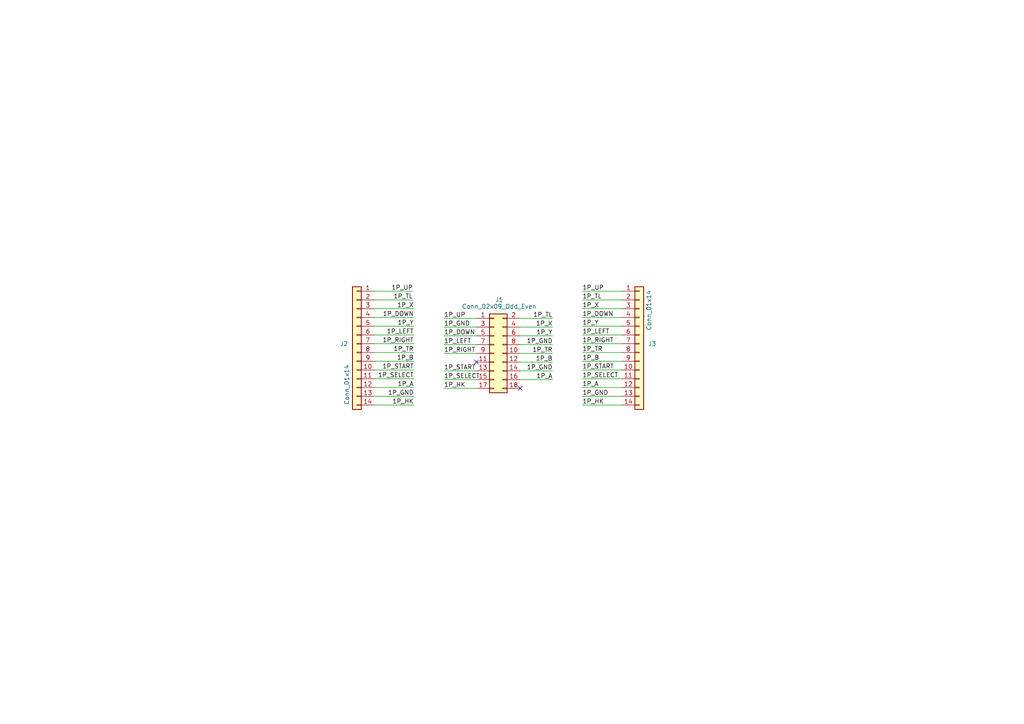
<source format=kicad_sch>
(kicad_sch (version 20230121) (generator eeschema)

  (uuid fa38296e-cdcc-4309-9d50-3ec5b62681ed)

  (paper "A4")

  (title_block
    (title "Raspberry Pie GPIO Input Module (1P Part)")
    (date "2023-04-02")
    (rev "2")
    (company "Amos Home")
  )

  (lib_symbols
    (symbol "Connector_Generic:Conn_01x14" (pin_names (offset 1.016) hide) (in_bom yes) (on_board yes)
      (property "Reference" "J" (at 0 17.78 0)
        (effects (font (size 1.27 1.27)))
      )
      (property "Value" "Conn_01x14" (at 0 -20.32 0)
        (effects (font (size 1.27 1.27)))
      )
      (property "Footprint" "" (at 0 0 0)
        (effects (font (size 1.27 1.27)) hide)
      )
      (property "Datasheet" "~" (at 0 0 0)
        (effects (font (size 1.27 1.27)) hide)
      )
      (property "ki_keywords" "connector" (at 0 0 0)
        (effects (font (size 1.27 1.27)) hide)
      )
      (property "ki_description" "Generic connector, single row, 01x14, script generated (kicad-library-utils/schlib/autogen/connector/)" (at 0 0 0)
        (effects (font (size 1.27 1.27)) hide)
      )
      (property "ki_fp_filters" "Connector*:*_1x??_*" (at 0 0 0)
        (effects (font (size 1.27 1.27)) hide)
      )
      (symbol "Conn_01x14_1_1"
        (rectangle (start -1.27 -17.653) (end 0 -17.907)
          (stroke (width 0.1524) (type default))
          (fill (type none))
        )
        (rectangle (start -1.27 -15.113) (end 0 -15.367)
          (stroke (width 0.1524) (type default))
          (fill (type none))
        )
        (rectangle (start -1.27 -12.573) (end 0 -12.827)
          (stroke (width 0.1524) (type default))
          (fill (type none))
        )
        (rectangle (start -1.27 -10.033) (end 0 -10.287)
          (stroke (width 0.1524) (type default))
          (fill (type none))
        )
        (rectangle (start -1.27 -7.493) (end 0 -7.747)
          (stroke (width 0.1524) (type default))
          (fill (type none))
        )
        (rectangle (start -1.27 -4.953) (end 0 -5.207)
          (stroke (width 0.1524) (type default))
          (fill (type none))
        )
        (rectangle (start -1.27 -2.413) (end 0 -2.667)
          (stroke (width 0.1524) (type default))
          (fill (type none))
        )
        (rectangle (start -1.27 0.127) (end 0 -0.127)
          (stroke (width 0.1524) (type default))
          (fill (type none))
        )
        (rectangle (start -1.27 2.667) (end 0 2.413)
          (stroke (width 0.1524) (type default))
          (fill (type none))
        )
        (rectangle (start -1.27 5.207) (end 0 4.953)
          (stroke (width 0.1524) (type default))
          (fill (type none))
        )
        (rectangle (start -1.27 7.747) (end 0 7.493)
          (stroke (width 0.1524) (type default))
          (fill (type none))
        )
        (rectangle (start -1.27 10.287) (end 0 10.033)
          (stroke (width 0.1524) (type default))
          (fill (type none))
        )
        (rectangle (start -1.27 12.827) (end 0 12.573)
          (stroke (width 0.1524) (type default))
          (fill (type none))
        )
        (rectangle (start -1.27 15.367) (end 0 15.113)
          (stroke (width 0.1524) (type default))
          (fill (type none))
        )
        (rectangle (start -1.27 16.51) (end 1.27 -19.05)
          (stroke (width 0.254) (type default))
          (fill (type background))
        )
        (pin passive line (at -5.08 15.24 0) (length 3.81)
          (name "Pin_1" (effects (font (size 1.27 1.27))))
          (number "1" (effects (font (size 1.27 1.27))))
        )
        (pin passive line (at -5.08 -7.62 0) (length 3.81)
          (name "Pin_10" (effects (font (size 1.27 1.27))))
          (number "10" (effects (font (size 1.27 1.27))))
        )
        (pin passive line (at -5.08 -10.16 0) (length 3.81)
          (name "Pin_11" (effects (font (size 1.27 1.27))))
          (number "11" (effects (font (size 1.27 1.27))))
        )
        (pin passive line (at -5.08 -12.7 0) (length 3.81)
          (name "Pin_12" (effects (font (size 1.27 1.27))))
          (number "12" (effects (font (size 1.27 1.27))))
        )
        (pin passive line (at -5.08 -15.24 0) (length 3.81)
          (name "Pin_13" (effects (font (size 1.27 1.27))))
          (number "13" (effects (font (size 1.27 1.27))))
        )
        (pin passive line (at -5.08 -17.78 0) (length 3.81)
          (name "Pin_14" (effects (font (size 1.27 1.27))))
          (number "14" (effects (font (size 1.27 1.27))))
        )
        (pin passive line (at -5.08 12.7 0) (length 3.81)
          (name "Pin_2" (effects (font (size 1.27 1.27))))
          (number "2" (effects (font (size 1.27 1.27))))
        )
        (pin passive line (at -5.08 10.16 0) (length 3.81)
          (name "Pin_3" (effects (font (size 1.27 1.27))))
          (number "3" (effects (font (size 1.27 1.27))))
        )
        (pin passive line (at -5.08 7.62 0) (length 3.81)
          (name "Pin_4" (effects (font (size 1.27 1.27))))
          (number "4" (effects (font (size 1.27 1.27))))
        )
        (pin passive line (at -5.08 5.08 0) (length 3.81)
          (name "Pin_5" (effects (font (size 1.27 1.27))))
          (number "5" (effects (font (size 1.27 1.27))))
        )
        (pin passive line (at -5.08 2.54 0) (length 3.81)
          (name "Pin_6" (effects (font (size 1.27 1.27))))
          (number "6" (effects (font (size 1.27 1.27))))
        )
        (pin passive line (at -5.08 0 0) (length 3.81)
          (name "Pin_7" (effects (font (size 1.27 1.27))))
          (number "7" (effects (font (size 1.27 1.27))))
        )
        (pin passive line (at -5.08 -2.54 0) (length 3.81)
          (name "Pin_8" (effects (font (size 1.27 1.27))))
          (number "8" (effects (font (size 1.27 1.27))))
        )
        (pin passive line (at -5.08 -5.08 0) (length 3.81)
          (name "Pin_9" (effects (font (size 1.27 1.27))))
          (number "9" (effects (font (size 1.27 1.27))))
        )
      )
    )
    (symbol "Connector_Generic:Conn_02x09_Odd_Even" (pin_names (offset 1.016) hide) (in_bom yes) (on_board yes)
      (property "Reference" "J" (at 1.27 12.7 0)
        (effects (font (size 1.27 1.27)))
      )
      (property "Value" "Conn_02x09_Odd_Even" (at 1.27 -12.7 0)
        (effects (font (size 1.27 1.27)))
      )
      (property "Footprint" "" (at 0 0 0)
        (effects (font (size 1.27 1.27)) hide)
      )
      (property "Datasheet" "~" (at 0 0 0)
        (effects (font (size 1.27 1.27)) hide)
      )
      (property "ki_keywords" "connector" (at 0 0 0)
        (effects (font (size 1.27 1.27)) hide)
      )
      (property "ki_description" "Generic connector, double row, 02x09, odd/even pin numbering scheme (row 1 odd numbers, row 2 even numbers), script generated (kicad-library-utils/schlib/autogen/connector/)" (at 0 0 0)
        (effects (font (size 1.27 1.27)) hide)
      )
      (property "ki_fp_filters" "Connector*:*_2x??_*" (at 0 0 0)
        (effects (font (size 1.27 1.27)) hide)
      )
      (symbol "Conn_02x09_Odd_Even_1_1"
        (rectangle (start -1.27 -10.033) (end 0 -10.287)
          (stroke (width 0.1524) (type default))
          (fill (type none))
        )
        (rectangle (start -1.27 -7.493) (end 0 -7.747)
          (stroke (width 0.1524) (type default))
          (fill (type none))
        )
        (rectangle (start -1.27 -4.953) (end 0 -5.207)
          (stroke (width 0.1524) (type default))
          (fill (type none))
        )
        (rectangle (start -1.27 -2.413) (end 0 -2.667)
          (stroke (width 0.1524) (type default))
          (fill (type none))
        )
        (rectangle (start -1.27 0.127) (end 0 -0.127)
          (stroke (width 0.1524) (type default))
          (fill (type none))
        )
        (rectangle (start -1.27 2.667) (end 0 2.413)
          (stroke (width 0.1524) (type default))
          (fill (type none))
        )
        (rectangle (start -1.27 5.207) (end 0 4.953)
          (stroke (width 0.1524) (type default))
          (fill (type none))
        )
        (rectangle (start -1.27 7.747) (end 0 7.493)
          (stroke (width 0.1524) (type default))
          (fill (type none))
        )
        (rectangle (start -1.27 10.287) (end 0 10.033)
          (stroke (width 0.1524) (type default))
          (fill (type none))
        )
        (rectangle (start -1.27 11.43) (end 3.81 -11.43)
          (stroke (width 0.254) (type default))
          (fill (type background))
        )
        (rectangle (start 3.81 -10.033) (end 2.54 -10.287)
          (stroke (width 0.1524) (type default))
          (fill (type none))
        )
        (rectangle (start 3.81 -7.493) (end 2.54 -7.747)
          (stroke (width 0.1524) (type default))
          (fill (type none))
        )
        (rectangle (start 3.81 -4.953) (end 2.54 -5.207)
          (stroke (width 0.1524) (type default))
          (fill (type none))
        )
        (rectangle (start 3.81 -2.413) (end 2.54 -2.667)
          (stroke (width 0.1524) (type default))
          (fill (type none))
        )
        (rectangle (start 3.81 0.127) (end 2.54 -0.127)
          (stroke (width 0.1524) (type default))
          (fill (type none))
        )
        (rectangle (start 3.81 2.667) (end 2.54 2.413)
          (stroke (width 0.1524) (type default))
          (fill (type none))
        )
        (rectangle (start 3.81 5.207) (end 2.54 4.953)
          (stroke (width 0.1524) (type default))
          (fill (type none))
        )
        (rectangle (start 3.81 7.747) (end 2.54 7.493)
          (stroke (width 0.1524) (type default))
          (fill (type none))
        )
        (rectangle (start 3.81 10.287) (end 2.54 10.033)
          (stroke (width 0.1524) (type default))
          (fill (type none))
        )
        (pin passive line (at -5.08 10.16 0) (length 3.81)
          (name "Pin_1" (effects (font (size 1.27 1.27))))
          (number "1" (effects (font (size 1.27 1.27))))
        )
        (pin passive line (at 7.62 0 180) (length 3.81)
          (name "Pin_10" (effects (font (size 1.27 1.27))))
          (number "10" (effects (font (size 1.27 1.27))))
        )
        (pin passive line (at -5.08 -2.54 0) (length 3.81)
          (name "Pin_11" (effects (font (size 1.27 1.27))))
          (number "11" (effects (font (size 1.27 1.27))))
        )
        (pin passive line (at 7.62 -2.54 180) (length 3.81)
          (name "Pin_12" (effects (font (size 1.27 1.27))))
          (number "12" (effects (font (size 1.27 1.27))))
        )
        (pin passive line (at -5.08 -5.08 0) (length 3.81)
          (name "Pin_13" (effects (font (size 1.27 1.27))))
          (number "13" (effects (font (size 1.27 1.27))))
        )
        (pin passive line (at 7.62 -5.08 180) (length 3.81)
          (name "Pin_14" (effects (font (size 1.27 1.27))))
          (number "14" (effects (font (size 1.27 1.27))))
        )
        (pin passive line (at -5.08 -7.62 0) (length 3.81)
          (name "Pin_15" (effects (font (size 1.27 1.27))))
          (number "15" (effects (font (size 1.27 1.27))))
        )
        (pin passive line (at 7.62 -7.62 180) (length 3.81)
          (name "Pin_16" (effects (font (size 1.27 1.27))))
          (number "16" (effects (font (size 1.27 1.27))))
        )
        (pin passive line (at -5.08 -10.16 0) (length 3.81)
          (name "Pin_17" (effects (font (size 1.27 1.27))))
          (number "17" (effects (font (size 1.27 1.27))))
        )
        (pin passive line (at 7.62 -10.16 180) (length 3.81)
          (name "Pin_18" (effects (font (size 1.27 1.27))))
          (number "18" (effects (font (size 1.27 1.27))))
        )
        (pin passive line (at 7.62 10.16 180) (length 3.81)
          (name "Pin_2" (effects (font (size 1.27 1.27))))
          (number "2" (effects (font (size 1.27 1.27))))
        )
        (pin passive line (at -5.08 7.62 0) (length 3.81)
          (name "Pin_3" (effects (font (size 1.27 1.27))))
          (number "3" (effects (font (size 1.27 1.27))))
        )
        (pin passive line (at 7.62 7.62 180) (length 3.81)
          (name "Pin_4" (effects (font (size 1.27 1.27))))
          (number "4" (effects (font (size 1.27 1.27))))
        )
        (pin passive line (at -5.08 5.08 0) (length 3.81)
          (name "Pin_5" (effects (font (size 1.27 1.27))))
          (number "5" (effects (font (size 1.27 1.27))))
        )
        (pin passive line (at 7.62 5.08 180) (length 3.81)
          (name "Pin_6" (effects (font (size 1.27 1.27))))
          (number "6" (effects (font (size 1.27 1.27))))
        )
        (pin passive line (at -5.08 2.54 0) (length 3.81)
          (name "Pin_7" (effects (font (size 1.27 1.27))))
          (number "7" (effects (font (size 1.27 1.27))))
        )
        (pin passive line (at 7.62 2.54 180) (length 3.81)
          (name "Pin_8" (effects (font (size 1.27 1.27))))
          (number "8" (effects (font (size 1.27 1.27))))
        )
        (pin passive line (at -5.08 0 0) (length 3.81)
          (name "Pin_9" (effects (font (size 1.27 1.27))))
          (number "9" (effects (font (size 1.27 1.27))))
        )
      )
    )
  )


  (no_connect (at 150.876 112.649) (uuid 20b9c25d-472a-41c8-af21-a7165154ec3c))
  (no_connect (at 138.176 105.029) (uuid 23a24357-ef12-4dce-97b2-b64880827fdd))

  (wire (pts (xy 128.778 97.409) (xy 138.176 97.409))
    (stroke (width 0) (type default))
    (uuid 04ca764e-0738-4191-a32b-5567448224b2)
  )
  (wire (pts (xy 168.91 84.455) (xy 180.34 84.455))
    (stroke (width 0) (type default))
    (uuid 0a660da3-850e-4a85-a58f-1c8d1506b3b8)
  )
  (wire (pts (xy 128.778 112.649) (xy 138.176 112.649))
    (stroke (width 0) (type default))
    (uuid 19af983d-ee4e-47d5-8d51-d682b82ad66d)
  )
  (wire (pts (xy 108.585 114.935) (xy 120.015 114.935))
    (stroke (width 0) (type default))
    (uuid 1c27bd36-0db5-489f-ad2d-194b5a0723f7)
  )
  (wire (pts (xy 150.876 94.869) (xy 160.274 94.869))
    (stroke (width 0) (type default))
    (uuid 200b662e-2dd7-42b2-ae28-7fcd360614d2)
  )
  (wire (pts (xy 168.91 86.995) (xy 180.34 86.995))
    (stroke (width 0) (type default))
    (uuid 204dc26d-011c-4585-abed-e620a2465d47)
  )
  (wire (pts (xy 150.876 105.029) (xy 160.274 105.029))
    (stroke (width 0) (type default))
    (uuid 28a76021-70d9-46ea-926f-2fda264a5ff3)
  )
  (wire (pts (xy 108.585 117.475) (xy 120.015 117.475))
    (stroke (width 0) (type default))
    (uuid 31b62f7c-92c8-496d-a1a5-d1adad740ad3)
  )
  (wire (pts (xy 128.778 110.109) (xy 138.176 110.109))
    (stroke (width 0) (type default))
    (uuid 3ae6ec6c-04cf-4132-be7b-63b3e4b39a69)
  )
  (wire (pts (xy 108.585 86.995) (xy 119.761 86.995))
    (stroke (width 0) (type default))
    (uuid 416b4e34-1b13-4cf3-81e5-15f9b0b06a15)
  )
  (wire (pts (xy 150.876 92.329) (xy 160.274 92.329))
    (stroke (width 0) (type default))
    (uuid 42797d0a-edb1-48a7-96e1-10bc2534b634)
  )
  (wire (pts (xy 150.876 110.109) (xy 160.274 110.109))
    (stroke (width 0) (type default))
    (uuid 4ba40437-6aba-4a1f-8e4c-ecd87ace57b5)
  )
  (wire (pts (xy 128.778 94.869) (xy 138.176 94.869))
    (stroke (width 0) (type default))
    (uuid 4bc35386-b269-404a-ad5e-11be73c20b16)
  )
  (wire (pts (xy 168.91 109.855) (xy 180.34 109.855))
    (stroke (width 0) (type default))
    (uuid 4d6fd0a7-a60b-4903-847e-9be89f38bfb4)
  )
  (wire (pts (xy 128.778 99.949) (xy 138.176 99.949))
    (stroke (width 0) (type default))
    (uuid 4dbef6fd-757e-4663-bc8b-37d4382433ea)
  )
  (wire (pts (xy 150.876 102.489) (xy 160.274 102.489))
    (stroke (width 0) (type default))
    (uuid 50068048-c973-480d-a585-9b85605aa776)
  )
  (wire (pts (xy 168.91 104.775) (xy 180.34 104.775))
    (stroke (width 0) (type default))
    (uuid 526fc3d0-c5a6-4063-a4e2-9e0758c0ee96)
  )
  (wire (pts (xy 108.585 94.615) (xy 120.015 94.615))
    (stroke (width 0) (type default))
    (uuid 681a3b6b-9568-4295-a5a1-f8d86367b4f9)
  )
  (wire (pts (xy 168.91 117.475) (xy 180.34 117.475))
    (stroke (width 0) (type default))
    (uuid 69765c65-b340-4761-87d5-1e1e4449cb4e)
  )
  (wire (pts (xy 168.91 114.935) (xy 180.34 114.935))
    (stroke (width 0) (type default))
    (uuid 6b44d78f-460b-4e6e-93f0-e5d5d5029df0)
  )
  (wire (pts (xy 108.585 107.315) (xy 120.015 107.315))
    (stroke (width 0) (type default))
    (uuid 6d5e6ad0-1926-45b9-9c3a-256615d09e06)
  )
  (wire (pts (xy 108.585 109.855) (xy 120.015 109.855))
    (stroke (width 0) (type default))
    (uuid 71689d03-efbf-486d-9621-f39c191c8dfb)
  )
  (wire (pts (xy 168.91 107.315) (xy 180.34 107.315))
    (stroke (width 0) (type default))
    (uuid 89fd1806-09d6-4f1f-868b-d7288f27ad58)
  )
  (wire (pts (xy 128.778 107.569) (xy 138.176 107.569))
    (stroke (width 0) (type default))
    (uuid 8c152bd8-b111-46cd-a77f-ce080e6f81c7)
  )
  (wire (pts (xy 108.585 102.235) (xy 120.015 102.235))
    (stroke (width 0) (type default))
    (uuid 93bcd7b2-e707-47b3-a432-e67d28a84981)
  )
  (wire (pts (xy 150.876 107.569) (xy 160.274 107.569))
    (stroke (width 0) (type default))
    (uuid 99294753-22bf-45dd-85c8-73d82ab63727)
  )
  (wire (pts (xy 108.585 99.695) (xy 120.015 99.695))
    (stroke (width 0) (type default))
    (uuid a5854c1d-83ef-409c-a9e1-969fee802ecf)
  )
  (wire (pts (xy 150.876 97.409) (xy 160.274 97.409))
    (stroke (width 0) (type default))
    (uuid a5ac56f6-f588-4f25-8797-90438e4e6248)
  )
  (wire (pts (xy 108.585 104.775) (xy 120.015 104.775))
    (stroke (width 0) (type default))
    (uuid ad698361-68f2-4af0-9ea8-adfa1d633baf)
  )
  (wire (pts (xy 108.585 92.075) (xy 120.015 92.075))
    (stroke (width 0) (type default))
    (uuid b044ab4b-399b-487e-b49d-dcea4a199e00)
  )
  (wire (pts (xy 168.91 92.075) (xy 180.34 92.075))
    (stroke (width 0) (type default))
    (uuid b0df0f88-a1c7-425a-aad8-3884016c45f9)
  )
  (wire (pts (xy 108.585 97.155) (xy 120.015 97.155))
    (stroke (width 0) (type default))
    (uuid b2abc535-5277-4039-b4a8-489a9353c03a)
  )
  (wire (pts (xy 150.876 99.949) (xy 160.274 99.949))
    (stroke (width 0) (type default))
    (uuid b560187a-435d-4a81-a19c-61666a2eeea8)
  )
  (wire (pts (xy 108.585 112.395) (xy 120.015 112.395))
    (stroke (width 0) (type default))
    (uuid b5a366ba-a947-48be-9784-a03b9501dcfc)
  )
  (wire (pts (xy 168.91 94.615) (xy 180.34 94.615))
    (stroke (width 0) (type default))
    (uuid b93dc1fd-1375-4139-8b46-d5262db8f97a)
  )
  (wire (pts (xy 168.91 112.395) (xy 180.34 112.395))
    (stroke (width 0) (type default))
    (uuid c156cc5c-bb69-4098-9bf4-1936ce3d2461)
  )
  (wire (pts (xy 128.778 102.489) (xy 138.176 102.489))
    (stroke (width 0) (type default))
    (uuid ccea5b50-80fe-4967-82f1-ebc3d0768555)
  )
  (wire (pts (xy 128.778 92.329) (xy 138.176 92.329))
    (stroke (width 0) (type default))
    (uuid d596a109-08a5-4ab7-8272-ced500f87ea3)
  )
  (wire (pts (xy 108.585 89.535) (xy 120.015 89.535))
    (stroke (width 0) (type default))
    (uuid d9dca23e-fb56-4d24-a1bb-ddecd05270dd)
  )
  (wire (pts (xy 168.91 89.535) (xy 180.34 89.535))
    (stroke (width 0) (type default))
    (uuid e3612ab9-24ab-4a36-b5cf-080891d0116c)
  )
  (wire (pts (xy 108.585 84.455) (xy 119.761 84.455))
    (stroke (width 0) (type default))
    (uuid e616bd90-c5f1-4918-8d23-a3d228f71382)
  )
  (wire (pts (xy 168.91 97.155) (xy 180.34 97.155))
    (stroke (width 0) (type default))
    (uuid e70660a4-0904-4ced-86c4-941f792f1d90)
  )
  (wire (pts (xy 168.91 102.235) (xy 180.34 102.235))
    (stroke (width 0) (type default))
    (uuid eeb16a6c-f639-47d2-a31b-ed851ef265ab)
  )
  (wire (pts (xy 168.91 99.695) (xy 180.34 99.695))
    (stroke (width 0) (type default))
    (uuid ef07518c-7176-49a5-9187-627cfc7f29d0)
  )

  (label "1P_UP" (at 168.91 84.455 0) (fields_autoplaced)
    (effects (font (size 1.27 1.27)) (justify left bottom))
    (uuid 1509688e-6f48-4894-a291-3a262eeed87b)
  )
  (label "1P_RIGHT" (at 128.778 102.489 0) (fields_autoplaced)
    (effects (font (size 1.27 1.27)) (justify left bottom))
    (uuid 1ae6e388-3beb-464b-8959-17a78a315def)
  )
  (label "1P_TL" (at 119.761 86.995 180) (fields_autoplaced)
    (effects (font (size 1.27 1.27)) (justify right bottom))
    (uuid 1ba8482f-7551-44d9-ba60-d10dd9ac6f6e)
  )
  (label "1P_UP" (at 119.761 84.455 180) (fields_autoplaced)
    (effects (font (size 1.27 1.27)) (justify right bottom))
    (uuid 24c2060f-f564-4748-a416-0744a26e8d37)
  )
  (label "1P_HK" (at 168.91 117.475 0) (fields_autoplaced)
    (effects (font (size 1.27 1.27)) (justify left bottom))
    (uuid 25ec14da-0046-4338-9f3e-f05211331487)
  )
  (label "1P_B" (at 120.015 104.775 180) (fields_autoplaced)
    (effects (font (size 1.27 1.27)) (justify right bottom))
    (uuid 26f38d05-e26f-4c09-8e55-d3e3a459d3e7)
  )
  (label "1P_TL" (at 168.91 86.995 0) (fields_autoplaced)
    (effects (font (size 1.27 1.27)) (justify left bottom))
    (uuid 283d4c69-c4ed-4a20-b478-47af003f2607)
  )
  (label "1P_DOWN" (at 128.778 97.409 0) (fields_autoplaced)
    (effects (font (size 1.27 1.27)) (justify left bottom))
    (uuid 2e254f93-37b1-4c31-a3ca-35a675f01762)
  )
  (label "1P_GND" (at 168.91 114.935 0) (fields_autoplaced)
    (effects (font (size 1.27 1.27)) (justify left bottom))
    (uuid 321f69ad-6e94-48c6-9b87-9aa9a4bbb1c1)
  )
  (label "1P_SELECT" (at 168.91 109.855 0) (fields_autoplaced)
    (effects (font (size 1.27 1.27)) (justify left bottom))
    (uuid 32d7a632-4e74-413c-85ee-8bfed1955a85)
  )
  (label "1P_START" (at 120.015 107.315 180) (fields_autoplaced)
    (effects (font (size 1.27 1.27)) (justify right bottom))
    (uuid 46e89a1e-0ae9-463b-82b1-d5225d7c3b20)
  )
  (label "1P_LEFT" (at 168.91 97.155 0) (fields_autoplaced)
    (effects (font (size 1.27 1.27)) (justify left bottom))
    (uuid 47bba3d1-c905-42ad-8333-9ffb4958812e)
  )
  (label "1P_START" (at 168.91 107.315 0) (fields_autoplaced)
    (effects (font (size 1.27 1.27)) (justify left bottom))
    (uuid 4c7fc08d-3516-4d76-a86b-3ef3dbe6b22a)
  )
  (label "1P_TR" (at 168.91 102.235 0) (fields_autoplaced)
    (effects (font (size 1.27 1.27)) (justify left bottom))
    (uuid 4fa4d830-e958-4a90-a89b-c5be9373fe81)
  )
  (label "1P_B" (at 168.91 104.775 0) (fields_autoplaced)
    (effects (font (size 1.27 1.27)) (justify left bottom))
    (uuid 520fa513-d1e9-4ad4-bf27-b994f0e242e0)
  )
  (label "1P_RIGHT" (at 168.91 99.695 0) (fields_autoplaced)
    (effects (font (size 1.27 1.27)) (justify left bottom))
    (uuid 52990579-994c-42b0-a0e9-dc0ce241b1aa)
  )
  (label "1P_RIGHT" (at 120.015 99.695 180) (fields_autoplaced)
    (effects (font (size 1.27 1.27)) (justify right bottom))
    (uuid 5ab3d618-4179-4df8-8d81-a452e19221fb)
  )
  (label "1P_DOWN" (at 168.91 92.075 0) (fields_autoplaced)
    (effects (font (size 1.27 1.27)) (justify left bottom))
    (uuid 5bc9c984-af08-4206-b664-d81d46f90544)
  )
  (label "1P_GND" (at 128.778 94.869 0) (fields_autoplaced)
    (effects (font (size 1.27 1.27)) (justify left bottom))
    (uuid 69c84f52-2a36-46c3-a141-b722b85cf24b)
  )
  (label "1P_A" (at 168.91 112.395 0) (fields_autoplaced)
    (effects (font (size 1.27 1.27)) (justify left bottom))
    (uuid 6b5c71c5-b896-42ad-9b3f-36f7a13259b3)
  )
  (label "1P_Y" (at 168.91 94.615 0) (fields_autoplaced)
    (effects (font (size 1.27 1.27)) (justify left bottom))
    (uuid 724281ba-72fb-4bf2-8e16-e56b1c46be38)
  )
  (label "1P_Y" (at 120.015 94.615 180) (fields_autoplaced)
    (effects (font (size 1.27 1.27)) (justify right bottom))
    (uuid 8a662ea6-7cb1-47f6-9d61-100ef23d79af)
  )
  (label "1P_A" (at 160.274 110.109 180) (fields_autoplaced)
    (effects (font (size 1.27 1.27)) (justify right bottom))
    (uuid 8ebe73aa-4c6c-4753-a1b2-ba1aac9e5766)
  )
  (label "1P_Y" (at 160.274 97.409 180) (fields_autoplaced)
    (effects (font (size 1.27 1.27)) (justify right bottom))
    (uuid 93f4f945-240f-4590-970a-51fe9a379afa)
  )
  (label "1P_DOWN" (at 120.015 92.075 180) (fields_autoplaced)
    (effects (font (size 1.27 1.27)) (justify right bottom))
    (uuid 99a1303f-79b5-472a-a31f-984f20588efc)
  )
  (label "1P_HK" (at 120.015 117.475 180) (fields_autoplaced)
    (effects (font (size 1.27 1.27)) (justify right bottom))
    (uuid a71a4bad-f026-4979-bab7-58f32593e4d6)
  )
  (label "1P_SELECT" (at 120.015 109.855 180) (fields_autoplaced)
    (effects (font (size 1.27 1.27)) (justify right bottom))
    (uuid ad7403cc-95c4-47f1-b1ac-3899e953758f)
  )
  (label "1P_X" (at 160.274 94.869 180) (fields_autoplaced)
    (effects (font (size 1.27 1.27)) (justify right bottom))
    (uuid b0c8f3ae-508d-4b21-b385-25525915ed68)
  )
  (label "1P_X" (at 120.015 89.535 180) (fields_autoplaced)
    (effects (font (size 1.27 1.27)) (justify right bottom))
    (uuid b11a982e-3086-4700-a258-20ccd5503d03)
  )
  (label "1P_LEFT" (at 120.015 97.155 180) (fields_autoplaced)
    (effects (font (size 1.27 1.27)) (justify right bottom))
    (uuid b19e4675-ec52-4de3-8c0c-59ecc59724ea)
  )
  (label "1P_GND" (at 120.015 114.935 180) (fields_autoplaced)
    (effects (font (size 1.27 1.27)) (justify right bottom))
    (uuid b5670677-cfa8-4625-8868-13e1fd9a51c5)
  )
  (label "1P_TR" (at 160.274 102.489 180) (fields_autoplaced)
    (effects (font (size 1.27 1.27)) (justify right bottom))
    (uuid b8b428de-c560-42ec-93a8-42393c0fbded)
  )
  (label "1P_X" (at 168.91 89.535 0) (fields_autoplaced)
    (effects (font (size 1.27 1.27)) (justify left bottom))
    (uuid c0fa8bdd-be82-4d0b-9913-f7182e3f6e44)
  )
  (label "1P_GND" (at 160.274 107.569 180) (fields_autoplaced)
    (effects (font (size 1.27 1.27)) (justify right bottom))
    (uuid c5660f60-1214-4d82-815f-809c7dac7f92)
  )
  (label "1P_SELECT" (at 128.778 110.109 0) (fields_autoplaced)
    (effects (font (size 1.27 1.27)) (justify left bottom))
    (uuid c979fdcf-576c-423e-8918-61eceef6da97)
  )
  (label "1P_A" (at 120.015 112.395 180) (fields_autoplaced)
    (effects (font (size 1.27 1.27)) (justify right bottom))
    (uuid cbbaf721-341f-4f31-bc2d-8cc6bab4d191)
  )
  (label "1P_UP" (at 128.778 92.329 0) (fields_autoplaced)
    (effects (font (size 1.27 1.27)) (justify left bottom))
    (uuid cc98fb3f-1333-42c0-9451-370bb97710dd)
  )
  (label "1P_GND" (at 160.274 99.949 180) (fields_autoplaced)
    (effects (font (size 1.27 1.27)) (justify right bottom))
    (uuid d3a02688-ef43-43ce-96e2-a15db610906b)
  )
  (label "1P_HK" (at 128.778 112.649 0) (fields_autoplaced)
    (effects (font (size 1.27 1.27)) (justify left bottom))
    (uuid d58f7d95-d031-4e47-bae7-2663264d5222)
  )
  (label "1P_TL" (at 160.274 92.329 180) (fields_autoplaced)
    (effects (font (size 1.27 1.27)) (justify right bottom))
    (uuid d9aa92e3-91f5-4e62-b611-a5b1f991da40)
  )
  (label "1P_B" (at 160.274 105.029 180) (fields_autoplaced)
    (effects (font (size 1.27 1.27)) (justify right bottom))
    (uuid e27cd1b6-52d7-4863-ad36-44d6f38950b4)
  )
  (label "1P_LEFT" (at 128.778 99.949 0) (fields_autoplaced)
    (effects (font (size 1.27 1.27)) (justify left bottom))
    (uuid e67a93a4-8159-4d69-bffc-35fdc503ecf8)
  )
  (label "1P_TR" (at 120.015 102.235 180) (fields_autoplaced)
    (effects (font (size 1.27 1.27)) (justify right bottom))
    (uuid ef2bf4fc-329a-48d9-ac5c-fed48f1196a6)
  )
  (label "1P_START" (at 128.778 107.569 0) (fields_autoplaced)
    (effects (font (size 1.27 1.27)) (justify left bottom))
    (uuid fa1e70ca-b1c6-4aaa-ab70-6d3b6a671e43)
  )

  (symbol (lib_id "Connector_Generic:Conn_01x14") (at 185.42 99.695 0) (unit 1)
    (in_bom yes) (on_board yes) (dnp no)
    (uuid 284e3bc7-0a40-44f0-a157-ca91c254c283)
    (property "Reference" "J3" (at 187.96 99.695 0)
      (effects (font (size 1.27 1.27)) (justify left))
    )
    (property "Value" "Conn_01x14" (at 188.214 95.885 90)
      (effects (font (size 1.27 1.27)) (justify left))
    )
    (property "Footprint" "joystick_gpio_input_library:conn_ex_1x14_P1.25mm_Vertical_Left_Labeled" (at 185.42 99.695 0)
      (effects (font (size 1.27 1.27)) hide)
    )
    (property "Datasheet" "~" (at 185.42 99.695 0)
      (effects (font (size 1.27 1.27)) hide)
    )
    (pin "1" (uuid 3e08b2f8-fc28-4309-b259-0998c416e7ba))
    (pin "10" (uuid 23673b3d-2d61-4d9e-95ee-6bd5b4f22c45))
    (pin "11" (uuid d003284f-fe8f-4c4b-bba9-dfbe4de0fa1e))
    (pin "12" (uuid aab072a7-e037-45e7-aabd-6ac5e0d840d7))
    (pin "13" (uuid db1aed45-1aa6-482c-97e9-6c4578e9ba4d))
    (pin "14" (uuid efd104b5-2f7c-4b7e-bcc6-267acf63df63))
    (pin "2" (uuid e6a9d261-b195-472a-aefe-c78f42f91b31))
    (pin "3" (uuid 0ee1aa35-2f34-4788-845f-b919704eaebe))
    (pin "4" (uuid 5a9ce8bf-8ae8-40ac-b287-6ae62c1cab12))
    (pin "5" (uuid 2cfb6a5e-645f-43cd-bb59-4b30116990be))
    (pin "6" (uuid c2d88bc3-4a49-479a-bfcc-12cd955598f8))
    (pin "7" (uuid 87589006-7a6f-443d-9192-01e81273e598))
    (pin "8" (uuid eb20a78a-43d7-4552-9771-877e0810eb2f))
    (pin "9" (uuid 6fff293b-7ed8-403e-b047-48a9c32a1de2))
    (instances
      (project "joystick_gpio_input_1p_rasp_part"
        (path "/fa38296e-cdcc-4309-9d50-3ec5b62681ed"
          (reference "J3") (unit 1)
        )
      )
    )
  )

  (symbol (lib_id "Connector_Generic:Conn_02x09_Odd_Even") (at 143.256 102.489 0) (unit 1)
    (in_bom yes) (on_board yes) (dnp no)
    (uuid c3806f58-4251-42eb-9da2-6867cc65b491)
    (property "Reference" "J1" (at 144.78 86.995 0)
      (effects (font (size 1.27 1.27)))
    )
    (property "Value" "Conn_02x09_Odd_Even" (at 144.78 88.9 0)
      (effects (font (size 1.27 1.27)))
    )
    (property "Footprint" "Connector_PinSocket_2.54mm:PinSocket_2x09_P2.54mm_Vertical" (at 143.256 102.489 0)
      (effects (font (size 1.27 1.27)) hide)
    )
    (property "Datasheet" "~" (at 143.256 102.489 0)
      (effects (font (size 1.27 1.27)) hide)
    )
    (pin "1" (uuid 2c0cec57-022a-4fbd-a6fd-665cc0a7a1ee))
    (pin "10" (uuid 21bcbed9-9e8d-48ab-86d5-07ed77253d17))
    (pin "11" (uuid f6bce36f-8f27-4a35-9681-75f0179d14ac))
    (pin "12" (uuid 174b495b-ed6b-4be5-84cc-ed98fdeea892))
    (pin "13" (uuid 04b41f73-011d-4806-9bde-07c3b9e15f47))
    (pin "14" (uuid 982a475f-db34-49a3-a2f5-c7da46a453b8))
    (pin "15" (uuid e28f4e36-2ab2-4360-a4a2-8bd4480205f4))
    (pin "16" (uuid 15c2e303-1928-4ba7-8ff0-f052659dc8fb))
    (pin "17" (uuid 9441d2b5-82be-40af-876b-6897e3ebb849))
    (pin "18" (uuid 46ae7778-b5b0-488d-8f97-b816777d0e23))
    (pin "2" (uuid 875f9b2d-4668-4f88-86d8-51bad3ca1f36))
    (pin "3" (uuid ed1fe7d4-d34b-47c3-8a50-65ed8300d9df))
    (pin "4" (uuid c55f2177-f5ad-46f5-bd3b-da3c2b8d2511))
    (pin "5" (uuid 5c1d5e03-26fa-4f26-8de4-1c223c0e984a))
    (pin "6" (uuid f472846b-3390-4f5e-b86b-4ceabf4b0a96))
    (pin "7" (uuid d818e51d-d920-4467-9609-5f2e6e82ac51))
    (pin "8" (uuid 4bb60ba0-a229-4abf-9d69-69443190732e))
    (pin "9" (uuid 8c0d3244-19b9-4c5b-a5c7-ac67467e38a0))
    (instances
      (project "joystick_gpio_input_1p_rasp_part"
        (path "/fa38296e-cdcc-4309-9d50-3ec5b62681ed"
          (reference "J1") (unit 1)
        )
      )
    )
  )

  (symbol (lib_id "Connector_Generic:Conn_01x14") (at 103.505 99.695 0) (mirror y) (unit 1)
    (in_bom yes) (on_board yes) (dnp no)
    (uuid f53adc5e-a5be-4884-918b-92bd40c07db9)
    (property "Reference" "J2" (at 100.965 99.695 0)
      (effects (font (size 1.27 1.27)) (justify left))
    )
    (property "Value" "Conn_01x14" (at 100.584 117.475 90)
      (effects (font (size 1.27 1.27)) (justify left))
    )
    (property "Footprint" "joystick_gpio_input_library:conn_ex_1x14_P1.25mm_Vertical_Right_Labeled" (at 103.505 99.695 0)
      (effects (font (size 1.27 1.27)) hide)
    )
    (property "Datasheet" "~" (at 103.505 99.695 0)
      (effects (font (size 1.27 1.27)) hide)
    )
    (pin "1" (uuid a28500d7-3410-4059-8cff-78751ba48352))
    (pin "10" (uuid 3bfb47e1-6641-4fe4-929f-59dc5f703ab7))
    (pin "11" (uuid 3041aa1d-be29-4dba-acd3-0fc9a6b1cf3e))
    (pin "12" (uuid d7751343-3a54-4daa-bb63-0bd8747f5356))
    (pin "13" (uuid fe3d9481-b583-49f4-b6b4-604d92b449c1))
    (pin "14" (uuid e956baf8-0149-42e6-a043-5276f987e28e))
    (pin "2" (uuid 8c82d1ef-44f9-442b-b999-2d30be58b7ab))
    (pin "3" (uuid ffee440b-2e83-4f51-9c6a-cd565c35171a))
    (pin "4" (uuid f67860ec-78a6-433a-93b5-0e1cc411651e))
    (pin "5" (uuid 3e8261d9-ead7-48cf-8b50-68cb7b13a257))
    (pin "6" (uuid e77c4979-39b4-411f-bccc-02273dc081c5))
    (pin "7" (uuid 8eb7704b-8389-4d85-b9a1-e2d395c2d11d))
    (pin "8" (uuid eee77340-f49b-4ec5-ac2d-85e310805021))
    (pin "9" (uuid 56aa5853-a06a-4a2f-a0c7-52f4b704b211))
    (instances
      (project "joystick_gpio_input_1p_rasp_part"
        (path "/fa38296e-cdcc-4309-9d50-3ec5b62681ed"
          (reference "J2") (unit 1)
        )
      )
    )
  )

  (sheet_instances
    (path "/" (page "1"))
  )
)

</source>
